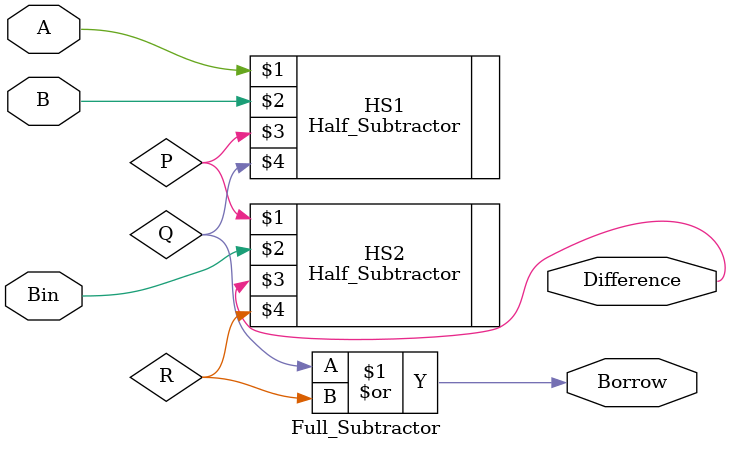
<source format=v>
`timescale 1ns / 1ps


module Full_Subtractor(
    input A,
    input B,
    input Bin,
    output Difference,
    output Borrow
    );
    
wire P, Q, R;

Half_Subtractor HS1 (A, B, P, Q);
Half_Subtractor HS2 (P, Bin, Difference, R);
or (Borrow, Q, R);
    
endmodule

</source>
